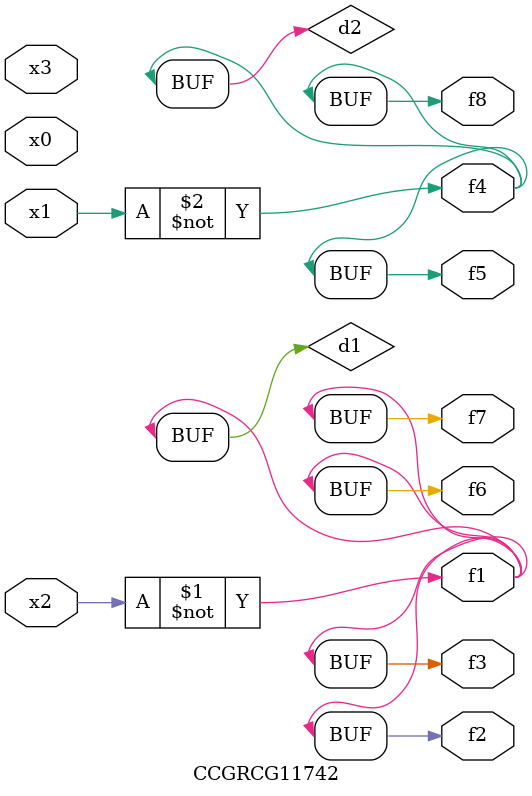
<source format=v>
module CCGRCG11742(
	input x0, x1, x2, x3,
	output f1, f2, f3, f4, f5, f6, f7, f8
);

	wire d1, d2;

	xnor (d1, x2);
	not (d2, x1);
	assign f1 = d1;
	assign f2 = d1;
	assign f3 = d1;
	assign f4 = d2;
	assign f5 = d2;
	assign f6 = d1;
	assign f7 = d1;
	assign f8 = d2;
endmodule

</source>
